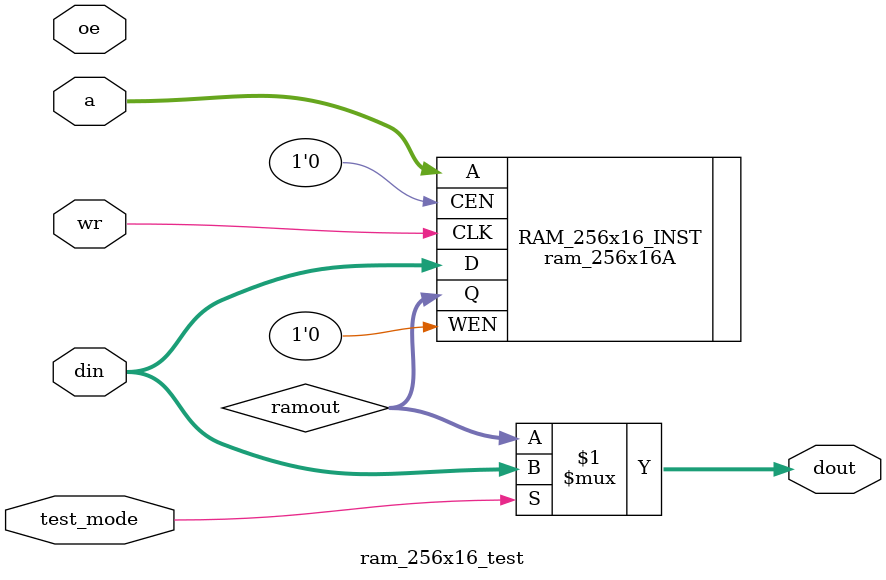
<source format=v>

module ram_256x16_test (
    a,
    din,
    dout,
    oe,
    wr,
    test_mode
    ) ;


/*
 *
 *  @(#) ram_128x16.v 15.4@(#)
 *  4/24/96  21:03:42
 *
 */

/*
 * Behavioral module for a RAM
 *   stolen from somewhere...
 *   15apr93mai
 */

    parameter
    addrsize = 8,           // number of address bits
    datasize = 16,          // number of data bits
    words = 128,            // total number of words in ram
    addrs = addrsize - 1,
    data = datasize - 1,
    wordLen = words - 1;

    input [addrs:0] a;      // address bus inputs
    input [data:0] din;     // input data bus
    output [data:0] dout;   // output data bus
    input wr;               // write strobe
    input oe;               // output enable strobe
    input test_mode;

    wire [data:0] ramout ;   // testable dout pins

assign #2 dout = test_mode ? din : ramout ;


ram_256x16A RAM_256x16_INST(
        .A(a),
        .D(din),
        .Q(ramout),
        .CLK(wr),
	.WEN(1'b0),
	.CEN(1'b0)
);

endmodule // ram_128x16_test

</source>
